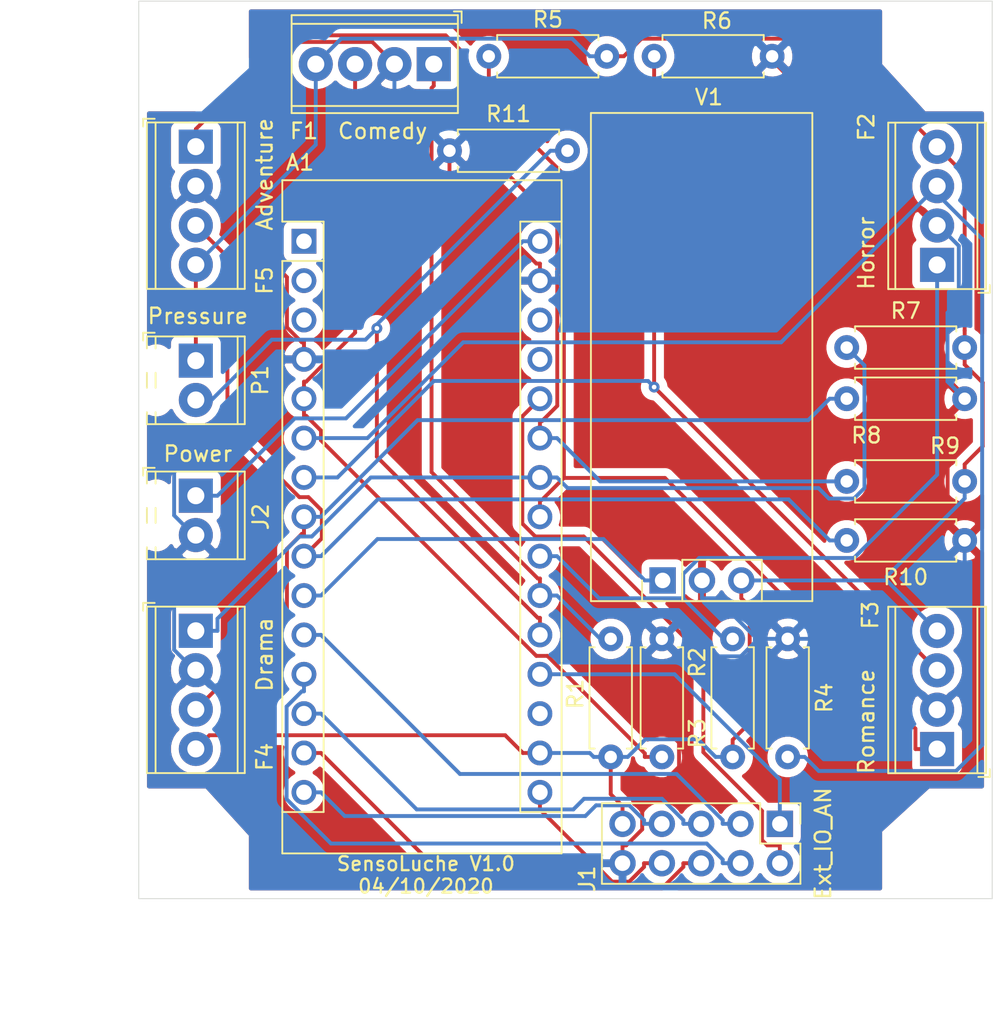
<source format=kicad_pcb>
(kicad_pcb (version 20171130) (host pcbnew "(5.1.6)-1")
  (title_block (title "SensoLuche V1.0") (date 2020-10-04) (rev A) (comment 1 "Oscar Alvarado & César J. Lockhart de la Rosa") (comment 2 "Desgined by:"))
  (layers (0 F.Cu signal) (31 B.Cu signal) (34 B.Paste user) (35 F.Paste user) (36 B.SilkS user) (37 F.SilkS user) (38 B.Mask user) (39 F.Mask user) (44 Edge.Cuts user))
  (net 0 "")
  (net 1 /D13)
  (net 2 /D12)
  (net 3 +VDC)
  (net 4 /D11)
  (net 5 GND)
  (net 6 /D10)
  (net 7 "Net-(A1-Pad28)")
  (net 8 /D9)
  (net 9 "Net-(A1-Pad27)")
  (net 10 /D8)
  (net 11 /A7)
  (net 12 /D_Vibration)
  (net 13 /A_Adventure)
  (net 14 /D_Adventure)
  (net 15 /A_Drama)
  (net 16 /D_Drama)
  (net 17 /A_Romance)
  (net 18 /D_Romance)
  (net 19 /A_Horror)
  (net 20 /D_Horror)
  (net 21 /A_Comedy)
  (net 22 /D_Comedy)
  (net 23 /A_Pressure)
  (net 24 /A0)
  (net 25 "Net-(A1-Pad3)")
  (net 26 "Net-(A1-Pad18)")
  (net 27 "Net-(A1-Pad2)")
  (net 28 +3V3)
  (net 29 "Net-(A1-Pad1)")
  (module MountingHole:MountingHole_3.2mm_M3 (layer F.Cu) (at 172.212 123.698)
    (fp_text reference H_RB hide)
    (fp_text value MountingHole_3.2mm_M3)
    (pad 1 np_thru_hole circle (at 0 0) (size 3.2 3.2) (drill 3.2) (layers *.Cu *.Mask))
  )
  (module MountingHole:MountingHole_3.2mm_M3 (layer F.Cu) (at 124.206 123.698)
    (fp_text reference H_LB hide)
    (fp_text value MountingHole_3.2mm_M3)
    (pad 1 np_thru_hole circle (at 0 0) (size 3.2 3.2) (drill 3.2) (layers *.Cu *.Mask))
  )
  (module MountingHole:MountingHole_3.2mm_M3 (layer F.Cu) (at 171.958 72.898)
    (fp_text reference H_RT hide)
    (fp_text value MountingHole_3.2mm_M3)
    (pad 1 np_thru_hole circle (at 0 0) (size 3.2 3.2) (drill 3.2) (layers *.Cu *.Mask))
  )
  (module MountingHole:MountingHole_3.2mm_M3 (layer F.Cu) (at 124.206 72.898)
    (fp_text reference H_LT hide)
    (fp_text value MountingHole_3.2mm_M3)
    (pad 1 np_thru_hole circle (at 0 0) (size 3.2 3.2) (drill 3.2) (layers *.Cu *.Mask))
  )
  (module Resistor_THT:R_Axial_DIN0207_L6.3mm_D2.5mm_P7.62mm_Horizontal (layer F.Cu) (at 162.56 110.49 270)
    (fp_text reference R4 (at 3.81 -2.37 90) (layer F.SilkS))
    (fp_text value 100K)
    (pad 2 thru_hole oval (at 7.62 0 270) (size 1.6 1.6) (drill 0.8) (layers *.Cu *.Mask) (net 20 /D_Horror))
    (pad 1 thru_hole circle (at 0 0 270) (size 1.6 1.6) (drill 0.8) (layers *.Cu *.Mask) (net 5 GND))
  )
  (module Cesar_FootPrints:SW-420 (layer F.Cu) (at 149.851 76.556)
    (fp_text reference V1 (at 7.62 -1.016) (layer F.SilkS))
    (fp_text value SW-420)
    (pad 3 thru_hole oval (at 9.712 30.166 90) (size 1.7 1.7) (drill 1) (layers *.Cu *.Mask) (net 28 +3V3))
    (pad 2 thru_hole oval (at 7.172 30.166 90) (size 1.7 1.7) (drill 1) (layers *.Cu *.Mask) (net 5 GND))
    (pad 1 thru_hole rect (at 4.632 30.166 90) (size 1.7 1.7) (drill 1) (layers *.Cu *.Mask) (net 12 /D_Vibration))
  )
  (module Resistor_THT:R_Axial_DIN0207_L6.3mm_D2.5mm_P7.62mm_Horizontal (layer F.Cu) (at 140.716 78.994)
    (fp_text reference R11 (at 3.81 -2.37) (layer F.SilkS))
    (fp_text value 100K)
    (pad 2 thru_hole oval (at 7.62 0) (size 1.6 1.6) (drill 0.8) (layers *.Cu *.Mask) (net 23 /A_Pressure))
    (pad 1 thru_hole circle (at 0 0) (size 1.6 1.6) (drill 0.8) (layers *.Cu *.Mask) (net 5 GND))
  )
  (module Resistor_THT:R_Axial_DIN0207_L6.3mm_D2.5mm_P7.62mm_Horizontal (layer F.Cu) (at 173.99 104.14 180)
    (fp_text reference R10 (at 3.81 -2.37) (layer F.SilkS))
    (fp_text value 100K)
    (pad 2 thru_hole oval (at 7.62 0 180) (size 1.6 1.6) (drill 0.8) (layers *.Cu *.Mask) (net 14 /D_Adventure))
    (pad 1 thru_hole circle (at 0 0 180) (size 1.6 1.6) (drill 0.8) (layers *.Cu *.Mask) (net 5 GND))
  )
  (module Resistor_THT:R_Axial_DIN0207_L6.3mm_D2.5mm_P7.62mm_Horizontal (layer F.Cu) (at 166.37 100.33)
    (fp_text reference R9 (at 6.35 -2.286) (layer F.SilkS))
    (fp_text value 22K)
    (pad 2 thru_hole oval (at 7.62 0) (size 1.6 1.6) (drill 0.8) (layers *.Cu *.Mask) (net 28 +3V3))
    (pad 1 thru_hole circle (at 0 0) (size 1.6 1.6) (drill 0.8) (layers *.Cu *.Mask) (net 13 /A_Adventure))
  )
  (module Resistor_THT:R_Axial_DIN0207_L6.3mm_D2.5mm_P7.62mm_Horizontal (layer F.Cu) (at 173.99 94.996 180)
    (fp_text reference R8 (at 6.35 -2.37) (layer F.SilkS))
    (fp_text value 100K)
    (pad 2 thru_hole oval (at 7.62 0 180) (size 1.6 1.6) (drill 0.8) (layers *.Cu *.Mask) (net 16 /D_Drama))
    (pad 1 thru_hole circle (at 0 0 180) (size 1.6 1.6) (drill 0.8) (layers *.Cu *.Mask) (net 5 GND))
  )
  (module Resistor_THT:R_Axial_DIN0207_L6.3mm_D2.5mm_P7.62mm_Horizontal (layer F.Cu) (at 166.37 91.694)
    (fp_text reference R7 (at 3.81 -2.37) (layer F.SilkS))
    (fp_text value 22K)
    (pad 2 thru_hole oval (at 7.62 0) (size 1.6 1.6) (drill 0.8) (layers *.Cu *.Mask) (net 28 +3V3))
    (pad 1 thru_hole circle (at 0 0) (size 1.6 1.6) (drill 0.8) (layers *.Cu *.Mask) (net 15 /A_Drama))
  )
  (module Resistor_THT:R_Axial_DIN0207_L6.3mm_D2.5mm_P7.62mm_Horizontal (layer F.Cu) (at 161.554 72.898 180)
    (fp_text reference R6 (at 3.566 2.286) (layer F.SilkS))
    (fp_text value 100K)
    (pad 2 thru_hole oval (at 7.62 0 180) (size 1.6 1.6) (drill 0.8) (layers *.Cu *.Mask) (net 18 /D_Romance))
    (pad 1 thru_hole circle (at 0 0 180) (size 1.6 1.6) (drill 0.8) (layers *.Cu *.Mask) (net 5 GND))
  )
  (module Resistor_THT:R_Axial_DIN0207_L6.3mm_D2.5mm_P7.62mm_Horizontal (layer F.Cu) (at 143.256 72.898)
    (fp_text reference R5 (at 3.81 -2.37) (layer F.SilkS))
    (fp_text value 22K)
    (pad 2 thru_hole oval (at 7.62 0) (size 1.6 1.6) (drill 0.8) (layers *.Cu *.Mask) (net 28 +3V3))
    (pad 1 thru_hole circle (at 0 0) (size 1.6 1.6) (drill 0.8) (layers *.Cu *.Mask) (net 17 /A_Romance))
  )
  (module Resistor_THT:R_Axial_DIN0207_L6.3mm_D2.5mm_P7.62mm_Horizontal (layer F.Cu) (at 159.004 110.49 270)
    (fp_text reference R3 (at 6.096 2.286 90) (layer F.SilkS))
    (fp_text value 22K)
    (pad 2 thru_hole oval (at 7.62 0 270) (size 1.6 1.6) (drill 0.8) (layers *.Cu *.Mask) (net 28 +3V3))
    (pad 1 thru_hole circle (at 0 0 270) (size 1.6 1.6) (drill 0.8) (layers *.Cu *.Mask) (net 19 /A_Horror))
  )
  (module Resistor_THT:R_Axial_DIN0207_L6.3mm_D2.5mm_P7.62mm_Horizontal (layer F.Cu) (at 154.432 110.49 270)
    (fp_text reference R2 (at 1.524 -2.286 90) (layer F.SilkS))
    (fp_text value 100K)
    (pad 2 thru_hole oval (at 7.62 0 270) (size 1.6 1.6) (drill 0.8) (layers *.Cu *.Mask) (net 22 /D_Comedy))
    (pad 1 thru_hole circle (at 0 0 270) (size 1.6 1.6) (drill 0.8) (layers *.Cu *.Mask) (net 5 GND))
  )
  (module Resistor_THT:R_Axial_DIN0207_L6.3mm_D2.5mm_P7.62mm_Horizontal (layer F.Cu) (at 151.13 110.49 270)
    (fp_text reference R1 (at 3.556 2.286 90) (layer F.SilkS))
    (fp_text value 22K)
    (pad 2 thru_hole oval (at 7.62 0 270) (size 1.6 1.6) (drill 0.8) (layers *.Cu *.Mask) (net 28 +3V3))
    (pad 1 thru_hole circle (at 0 0 270) (size 1.6 1.6) (drill 0.8) (layers *.Cu *.Mask) (net 21 /A_Comedy))
  )
  (module TerminalBlock_Phoenix:TerminalBlock_Phoenix_MPT-0,5-2-2.54_1x02_P2.54mm_Horizontal (layer F.Cu) (at 124.333 92.5373 270)
    (fp_text reference P1 (at 1.27 -4.16 90) (layer F.SilkS))
    (fp_text value FSR402_Pressure)
    (pad "" np_thru_hole circle (at 2.54 2.54 270) (size 1.1 1.1) (drill 1.1) (layers *.Cu *.Mask))
    (pad 2 thru_hole circle (at 2.54 0 270) (size 2.2 2.2) (drill 1.1) (layers *.Cu *.Mask) (net 23 /A_Pressure))
    (pad "" np_thru_hole circle (at 0 2.54 270) (size 1.1 1.1) (drill 1.1) (layers *.Cu *.Mask))
    (pad 1 thru_hole rect (at 0 0 270) (size 2.2 2.2) (drill 1.1) (layers *.Cu *.Mask) (net 28 +3V3))
  )
  (module TerminalBlock_Phoenix:TerminalBlock_Phoenix_MPT-0,5-2-2.54_1x02_P2.54mm_Horizontal (layer F.Cu) (at 124.333 101.2547 270)
    (fp_text reference J2 (at 1.361334 -4.191 90) (layer F.SilkS))
    (fp_text value TB_2)
    (pad "" np_thru_hole circle (at 2.54 2.54 270) (size 1.1 1.1) (drill 1.1) (layers *.Cu *.Mask))
    (pad 2 thru_hole circle (at 2.54 0 270) (size 2.2 2.2) (drill 1.1) (layers *.Cu *.Mask) (net 5 GND))
    (pad "" np_thru_hole circle (at 0 2.54 270) (size 1.1 1.1) (drill 1.1) (layers *.Cu *.Mask))
    (pad 1 thru_hole rect (at 0 0 270) (size 2.2 2.2) (drill 1.1) (layers *.Cu *.Mask) (net 3 +VDC))
  )
  (module Connector_PinHeader_2.54mm:PinHeader_2x05_P2.54mm_Vertical (layer F.Cu) (at 162.052 122.428 270)
    (fp_text reference J1 (at 3.556 12.446 90) (layer F.SilkS))
    (fp_text value EXT_IO_AN)
    (pad 10 thru_hole oval (at 2.54 10.16 270) (size 1.7 1.7) (drill 1) (layers *.Cu *.Mask) (net 5 GND))
    (pad 9 thru_hole oval (at 0 10.16 270) (size 1.7 1.7) (drill 1) (layers *.Cu *.Mask) (net 28 +3V3))
    (pad 8 thru_hole oval (at 2.54 7.62 270) (size 1.7 1.7) (drill 1) (layers *.Cu *.Mask) (net 1 /D13))
    (pad 7 thru_hole oval (at 0 7.62 270) (size 1.7 1.7) (drill 1) (layers *.Cu *.Mask) (net 2 /D12))
    (pad 6 thru_hole oval (at 2.54 5.08 270) (size 1.7 1.7) (drill 1) (layers *.Cu *.Mask) (net 4 /D11))
    (pad 5 thru_hole oval (at 0 5.08 270) (size 1.7 1.7) (drill 1) (layers *.Cu *.Mask) (net 6 /D10))
    (pad 4 thru_hole oval (at 2.54 2.54 270) (size 1.7 1.7) (drill 1) (layers *.Cu *.Mask) (net 8 /D9))
    (pad 3 thru_hole oval (at 0 2.54 270) (size 1.7 1.7) (drill 1) (layers *.Cu *.Mask) (net 10 /D8))
    (pad 2 thru_hole oval (at 2.54 0 270) (size 1.7 1.7) (drill 1) (layers *.Cu *.Mask) (net 11 /A7))
    (pad 1 thru_hole rect (at 0 0 270) (size 1.7 1.7) (drill 1) (layers *.Cu *.Mask) (net 24 /A0))
  )
  (module TerminalBlock_Phoenix:TerminalBlock_Phoenix_MPT-0,5-4-2.54_1x04_P2.54mm_Horizontal (layer F.Cu) (at 124.333 78.73 270)
    (fp_text reference F5 (at 8.646 -4.445 90) (layer F.SilkS))
    (fp_text value Flex_Adventure)
    (pad 4 thru_hole circle (at 7.62 0 270) (size 2.2 2.2) (drill 1.1) (layers *.Cu *.Mask) (net 28 +3V3))
    (pad 3 thru_hole circle (at 5.08 0 270) (size 2.2 2.2) (drill 1.1) (layers *.Cu *.Mask) (net 14 /D_Adventure))
    (pad 2 thru_hole circle (at 2.54 0 270) (size 2.2 2.2) (drill 1.1) (layers *.Cu *.Mask) (net 5 GND))
    (pad 1 thru_hole rect (at 0 0 270) (size 2.2 2.2) (drill 1.1) (layers *.Cu *.Mask) (net 13 /A_Adventure))
  )
  (module TerminalBlock_Phoenix:TerminalBlock_Phoenix_MPT-0,5-4-2.54_1x04_P2.54mm_Horizontal (layer F.Cu) (at 124.333 109.972 270)
    (fp_text reference F4 (at 8.138 -4.445 90) (layer F.SilkS))
    (fp_text value Flex_Drama)
    (pad 4 thru_hole circle (at 7.62 0 270) (size 2.2 2.2) (drill 1.1) (layers *.Cu *.Mask) (net 28 +3V3))
    (pad 3 thru_hole circle (at 5.08 0 270) (size 2.2 2.2) (drill 1.1) (layers *.Cu *.Mask) (net 16 /D_Drama))
    (pad 2 thru_hole circle (at 2.54 0 270) (size 2.2 2.2) (drill 1.1) (layers *.Cu *.Mask) (net 5 GND))
    (pad 1 thru_hole rect (at 0 0 270) (size 2.2 2.2) (drill 1.1) (layers *.Cu *.Mask) (net 15 /A_Drama))
  )
  (module TerminalBlock_Phoenix:TerminalBlock_Phoenix_MPT-0,5-4-2.54_1x04_P2.54mm_Horizontal (layer F.Cu) (at 172.212 117.602 90)
    (fp_text reference F3 (at 8.636 -4.318 90) (layer F.SilkS))
    (fp_text value Flex_Romance)
    (pad 4 thru_hole circle (at 7.62 0 90) (size 2.2 2.2) (drill 1.1) (layers *.Cu *.Mask) (net 28 +3V3))
    (pad 3 thru_hole circle (at 5.08 0 90) (size 2.2 2.2) (drill 1.1) (layers *.Cu *.Mask) (net 18 /D_Romance))
    (pad 2 thru_hole circle (at 2.54 0 90) (size 2.2 2.2) (drill 1.1) (layers *.Cu *.Mask) (net 5 GND))
    (pad 1 thru_hole rect (at 0 0 90) (size 2.2 2.2) (drill 1.1) (layers *.Cu *.Mask) (net 17 /A_Romance))
  )
  (module TerminalBlock_Phoenix:TerminalBlock_Phoenix_MPT-0,5-4-2.54_1x04_P2.54mm_Horizontal (layer F.Cu) (at 172.212 86.36 90)
    (fp_text reference F2 (at 8.89 -4.572 90) (layer F.SilkS))
    (fp_text value Flex_Horror)
    (pad 4 thru_hole circle (at 7.62 0 90) (size 2.2 2.2) (drill 1.1) (layers *.Cu *.Mask) (net 28 +3V3))
    (pad 3 thru_hole circle (at 5.08 0 90) (size 2.2 2.2) (drill 1.1) (layers *.Cu *.Mask) (net 20 /D_Horror))
    (pad 2 thru_hole circle (at 2.54 0 90) (size 2.2 2.2) (drill 1.1) (layers *.Cu *.Mask) (net 5 GND))
    (pad 1 thru_hole rect (at 0 0 90) (size 2.2 2.2) (drill 1.1) (layers *.Cu *.Mask) (net 19 /A_Horror))
  )
  (module TerminalBlock_Phoenix:TerminalBlock_Phoenix_MPT-0,5-4-2.54_1x04_P2.54mm_Horizontal (layer F.Cu) (at 139.7 73.406 180)
    (fp_text reference F1 (at 8.382 -4.318) (layer F.SilkS))
    (fp_text value Flex_Comedy)
    (pad 4 thru_hole circle (at 7.62 0 180) (size 2.2 2.2) (drill 1.1) (layers *.Cu *.Mask) (net 28 +3V3))
    (pad 3 thru_hole circle (at 5.08 0 180) (size 2.2 2.2) (drill 1.1) (layers *.Cu *.Mask) (net 22 /D_Comedy))
    (pad 2 thru_hole circle (at 2.54 0 180) (size 2.2 2.2) (drill 1.1) (layers *.Cu *.Mask) (net 5 GND))
    (pad 1 thru_hole rect (at 0 0 180) (size 2.2 2.2) (drill 1.1) (layers *.Cu *.Mask) (net 21 /A_Comedy))
  )
  (module Module:Arduino_Nano (layer F.Cu) (at 131.318 84.836)
    (fp_text reference A1 (at -0.254 -5.08) (layer F.SilkS))
    (fp_text value Arduino_Nano_33_BLE)
    (pad 16 thru_hole oval (at 15.24 35.56) (size 1.6 1.6) (drill 1) (layers *.Cu *.Mask) (net 1 /D13))
    (pad 15 thru_hole oval (at 0 35.56) (size 1.6 1.6) (drill 1) (layers *.Cu *.Mask) (net 2 /D12))
    (pad 30 thru_hole oval (at 15.24 0) (size 1.6 1.6) (drill 1) (layers *.Cu *.Mask) (net 3 +VDC))
    (pad 14 thru_hole oval (at 0 33.02) (size 1.6 1.6) (drill 1) (layers *.Cu *.Mask) (net 4 /D11))
    (pad 29 thru_hole oval (at 15.24 2.54) (size 1.6 1.6) (drill 1) (layers *.Cu *.Mask) (net 5 GND))
    (pad 13 thru_hole oval (at 0 30.48) (size 1.6 1.6) (drill 1) (layers *.Cu *.Mask) (net 6 /D10))
    (pad 28 thru_hole oval (at 15.24 5.08) (size 1.6 1.6) (drill 1) (layers *.Cu *.Mask) (net 7 "Net-(A1-Pad28)"))
    (pad 12 thru_hole oval (at 0 27.94) (size 1.6 1.6) (drill 1) (layers *.Cu *.Mask) (net 8 /D9))
    (pad 27 thru_hole oval (at 15.24 7.62) (size 1.6 1.6) (drill 1) (layers *.Cu *.Mask) (net 9 "Net-(A1-Pad27)"))
    (pad 11 thru_hole oval (at 0 25.4) (size 1.6 1.6) (drill 1) (layers *.Cu *.Mask) (net 10 /D8))
    (pad 26 thru_hole oval (at 15.24 10.16) (size 1.6 1.6) (drill 1) (layers *.Cu *.Mask) (net 11 /A7))
    (pad 10 thru_hole oval (at 0 22.86) (size 1.6 1.6) (drill 1) (layers *.Cu *.Mask) (net 12 /D_Vibration))
    (pad 25 thru_hole oval (at 15.24 12.7) (size 1.6 1.6) (drill 1) (layers *.Cu *.Mask) (net 13 /A_Adventure))
    (pad 9 thru_hole oval (at 0 20.32) (size 1.6 1.6) (drill 1) (layers *.Cu *.Mask) (net 14 /D_Adventure))
    (pad 24 thru_hole oval (at 15.24 15.24) (size 1.6 1.6) (drill 1) (layers *.Cu *.Mask) (net 15 /A_Drama))
    (pad 8 thru_hole oval (at 0 17.78) (size 1.6 1.6) (drill 1) (layers *.Cu *.Mask) (net 16 /D_Drama))
    (pad 23 thru_hole oval (at 15.24 17.78) (size 1.6 1.6) (drill 1) (layers *.Cu *.Mask) (net 17 /A_Romance))
    (pad 7 thru_hole oval (at 0 15.24) (size 1.6 1.6) (drill 1) (layers *.Cu *.Mask) (net 18 /D_Romance))
    (pad 22 thru_hole oval (at 15.24 20.32) (size 1.6 1.6) (drill 1) (layers *.Cu *.Mask) (net 19 /A_Horror))
    (pad 6 thru_hole oval (at 0 12.7) (size 1.6 1.6) (drill 1) (layers *.Cu *.Mask) (net 20 /D_Horror))
    (pad 21 thru_hole oval (at 15.24 22.86) (size 1.6 1.6) (drill 1) (layers *.Cu *.Mask) (net 21 /A_Comedy))
    (pad 5 thru_hole oval (at 0 10.16) (size 1.6 1.6) (drill 1) (layers *.Cu *.Mask) (net 22 /D_Comedy))
    (pad 20 thru_hole oval (at 15.24 25.4) (size 1.6 1.6) (drill 1) (layers *.Cu *.Mask) (net 23 /A_Pressure))
    (pad 4 thru_hole oval (at 0 7.62) (size 1.6 1.6) (drill 1) (layers *.Cu *.Mask) (net 5 GND))
    (pad 19 thru_hole oval (at 15.24 27.94) (size 1.6 1.6) (drill 1) (layers *.Cu *.Mask) (net 24 /A0))
    (pad 3 thru_hole oval (at 0 5.08) (size 1.6 1.6) (drill 1) (layers *.Cu *.Mask) (net 25 "Net-(A1-Pad3)"))
    (pad 18 thru_hole oval (at 15.24 30.48) (size 1.6 1.6) (drill 1) (layers *.Cu *.Mask) (net 26 "Net-(A1-Pad18)"))
    (pad 2 thru_hole oval (at 0 2.54) (size 1.6 1.6) (drill 1) (layers *.Cu *.Mask) (net 27 "Net-(A1-Pad2)"))
    (pad 17 thru_hole oval (at 15.24 33.02) (size 1.6 1.6) (drill 1) (layers *.Cu *.Mask) (net 28 +3V3))
    (pad 1 thru_hole rect (at 0 0) (size 1.6 1.6) (drill 1) (layers *.Cu *.Mask) (net 29 "Net-(A1-Pad1)"))
  )
  (gr_text "SensoLuche V1.0\n04/10/2020" (at 139.192 125.73) (layer F.SilkS) (effects (font (size 0.9 0.9))))
  (gr_text Comedy (at 136.398 77.724) (layer F.SilkS) (effects (font (size 1 1))))
  (gr_text Ext_IO_AN (at 164.846 123.698 90) (layer F.SilkS) (effects (font (size 1 1))))
  (gr_text Horror (at 167.64 85.598 90) (layer F.SilkS) (effects (font (size 1 1))))
  (gr_text Romance (at 167.64 115.824 90) (layer F.SilkS) (effects (font (size 1 1))))
  (gr_text Adventure (at 128.778 80.518 90) (layer F.SilkS) (effects (font (size 1 1))))
  (gr_text Pressure (at 124.46 89.662) (layer F.SilkS) (effects (font (size 1 1))))
  (gr_text Power (at 124.46 98.552) (layer F.SilkS) (effects (font (size 1 1))))
  (gr_text Drama (at 128.778 111.506 90) (layer F.SilkS) (effects (font (size 1 1))))
  (gr_line (start 120.65 127.254) (end 120.65 69.342) (layer Edge.Cuts) (width 0.05))
  (gr_line (start 175.768 127.254) (end 120.65 127.254) (layer Edge.Cuts) (width 0.05))
  (gr_line (start 175.768 69.342) (end 175.768 127.254) (layer Edge.Cuts) (width 0.05))
  (gr_line (start 120.65 69.342) (end 175.768 69.342) (layer Edge.Cuts) (width 0.05))
  (segment (start 154.432 124.968) (end 153.2817 124.968) (width 0.25) (layer F.Cu) (net 1))
  (segment (start 146.558 120.396) (end 146.558 121.4963) (width 0.25) (layer F.Cu) (net 1))
  (segment (start 146.558 121.4963) (end 151.222 126.1603) (width 0.25) (layer F.Cu) (net 1))
  (segment (start 151.222 126.1603) (end 152.3277 126.1603) (width 0.25) (layer F.Cu) (net 1))
  (segment (start 152.3277 126.1603) (end 153.2817 125.2063) (width 0.25) (layer F.Cu) (net 1))
  (segment (start 153.2817 125.2063) (end 153.2817 124.968) (width 0.25) (layer F.Cu) (net 1))
  (segment (start 154.432 122.428) (end 153.2817 122.428) (width 0.25) (layer B.Cu) (net 2))
  (segment (start 131.318 120.396) (end 132.4183 120.396) (width 0.25) (layer B.Cu) (net 2))
  (segment (start 132.4183 120.396) (end 133.946 121.9237) (width 0.25) (layer B.Cu) (net 2))
  (segment (start 133.946 121.9237) (end 149.4935 121.9237) (width 0.25) (layer B.Cu) (net 2))
  (segment (start 149.4935 121.9237) (end 150.183 121.2342) (width 0.25) (layer B.Cu) (net 2))
  (segment (start 150.183 121.2342) (end 152.3262 121.2342) (width 0.25) (layer B.Cu) (net 2))
  (segment (start 152.3262 121.2342) (end 153.2817 122.1897) (width 0.25) (layer B.Cu) (net 2))
  (segment (start 153.2817 122.1897) (end 153.2817 122.428) (width 0.25) (layer B.Cu) (net 2))
  (segment (start 124.333 101.2547) (end 125.7333 101.2547) (width 0.25) (layer B.Cu) (net 3))
  (segment (start 146.558 84.836) (end 145.4577 84.836) (width 0.25) (layer B.Cu) (net 3))
  (segment (start 145.4577 84.836) (end 134.0277 96.266) (width 0.25) (layer B.Cu) (net 3))
  (segment (start 134.0277 96.266) (end 130.722 96.266) (width 0.25) (layer B.Cu) (net 3))
  (segment (start 130.722 96.266) (end 125.7333 101.2547) (width 0.25) (layer B.Cu) (net 3))
  (segment (start 156.972 124.968) (end 155.8217 124.968) (width 0.25) (layer F.Cu) (net 4))
  (segment (start 131.318 117.856) (end 132.4183 117.856) (width 0.25) (layer F.Cu) (net 4))
  (segment (start 132.4183 117.856) (end 141.1568 126.5945) (width 0.25) (layer F.Cu) (net 4))
  (segment (start 141.1568 126.5945) (end 154.4335 126.5945) (width 0.25) (layer F.Cu) (net 4))
  (segment (start 154.4335 126.5945) (end 155.8217 125.2063) (width 0.25) (layer F.Cu) (net 4))
  (segment (start 155.8217 125.2063) (end 155.8217 124.968) (width 0.25) (layer F.Cu) (net 4))
  (segment (start 173.99 94.996) (end 172.8892 96.0968) (width 0.25) (layer F.Cu) (net 5))
  (segment (start 172.8892 96.0968) (end 172.8892 103.0392) (width 0.25) (layer F.Cu) (net 5))
  (segment (start 172.8892 103.0392) (end 173.99 104.14) (width 0.25) (layer F.Cu) (net 5))
  (segment (start 172.212 83.82) (end 172.2997 83.82) (width 0.25) (layer B.Cu) (net 5))
  (segment (start 172.2997 83.82) (end 173.6124 85.1327) (width 0.25) (layer B.Cu) (net 5))
  (segment (start 173.6124 85.1327) (end 173.6124 88.7141) (width 0.25) (layer B.Cu) (net 5))
  (segment (start 173.6124 88.7141) (end 172.8811 89.4454) (width 0.25) (layer B.Cu) (net 5))
  (segment (start 172.8811 89.4454) (end 172.8811 93.8871) (width 0.25) (layer B.Cu) (net 5))
  (segment (start 172.8811 93.8871) (end 173.99 94.996) (width 0.25) (layer B.Cu) (net 5))
  (segment (start 146.558 87.376) (end 146.558 86.2757) (width 0.25) (layer F.Cu) (net 5))
  (segment (start 140.716 78.994) (end 140.716 80.6617) (width 0.25) (layer F.Cu) (net 5))
  (segment (start 140.716 80.6617) (end 146.33 86.2757) (width 0.25) (layer F.Cu) (net 5))
  (segment (start 146.33 86.2757) (end 146.558 86.2757) (width 0.25) (layer F.Cu) (net 5))
  (segment (start 172.212 115.062) (end 167.64 110.49) (width 0.25) (layer B.Cu) (net 5))
  (segment (start 167.64 110.49) (end 162.56 110.49) (width 0.25) (layer B.Cu) (net 5))
  (segment (start 173.99 104.14) (end 173.99 113.284) (width 0.25) (layer B.Cu) (net 5))
  (segment (start 173.99 113.284) (end 172.212 115.062) (width 0.25) (layer B.Cu) (net 5))
  (segment (start 146.558 87.376) (end 147.6583 87.376) (width 0.25) (layer B.Cu) (net 5))
  (segment (start 147.6583 87.376) (end 147.6583 86.7937) (width 0.25) (layer B.Cu) (net 5))
  (segment (start 147.6583 86.7937) (end 161.554 72.898) (width 0.25) (layer B.Cu) (net 5))
  (segment (start 161.554 72.898) (end 161.554 73.162) (width 0.25) (layer F.Cu) (net 5))
  (segment (start 161.554 73.162) (end 172.212 83.82) (width 0.25) (layer F.Cu) (net 5))
  (segment (start 137.16 73.406) (end 137.16 75.438) (width 0.25) (layer B.Cu) (net 5))
  (segment (start 137.16 75.438) (end 140.716 78.994) (width 0.25) (layer B.Cu) (net 5))
  (segment (start 154.432 110.49) (end 155.5418 111.5998) (width 0.25) (layer F.Cu) (net 5))
  (segment (start 155.5418 111.5998) (end 155.5418 118.745) (width 0.25) (layer F.Cu) (net 5))
  (segment (start 155.5418 118.745) (end 153.162 121.1248) (width 0.25) (layer F.Cu) (net 5))
  (segment (start 153.162 121.1248) (end 153.162 122.786) (width 0.25) (layer F.Cu) (net 5))
  (segment (start 153.162 122.786) (end 152.1303 123.8177) (width 0.25) (layer F.Cu) (net 5))
  (segment (start 152.1303 123.8177) (end 151.892 123.8177) (width 0.25) (layer F.Cu) (net 5))
  (segment (start 160.6191 110.5338) (end 160.6629 110.49) (width 0.25) (layer B.Cu) (net 5))
  (segment (start 160.6629 110.49) (end 162.56 110.49) (width 0.25) (layer B.Cu) (net 5))
  (segment (start 154.432 110.49) (end 155.5614 111.6194) (width 0.25) (layer B.Cu) (net 5))
  (segment (start 155.5614 111.6194) (end 159.5335 111.6194) (width 0.25) (layer B.Cu) (net 5))
  (segment (start 159.5335 111.6194) (end 160.6191 110.5338) (width 0.25) (layer B.Cu) (net 5))
  (segment (start 160.6191 110.5338) (end 157.9576 107.8723) (width 0.25) (layer B.Cu) (net 5))
  (segment (start 157.9576 107.8723) (end 157.023 107.8723) (width 0.25) (layer B.Cu) (net 5))
  (segment (start 157.023 106.722) (end 157.023 107.8723) (width 0.25) (layer B.Cu) (net 5))
  (segment (start 151.892 124.968) (end 151.892 123.8177) (width 0.25) (layer F.Cu) (net 5))
  (segment (start 124.2025 103.7947) (end 124.333 103.7947) (width 0.25) (layer B.Cu) (net 5))
  (segment (start 130.2177 92.456) (end 122.9326 99.7411) (width 0.25) (layer B.Cu) (net 5))
  (segment (start 122.9326 99.7411) (end 122.9326 102.5248) (width 0.25) (layer B.Cu) (net 5))
  (segment (start 122.9326 102.5248) (end 124.2025 103.7947) (width 0.25) (layer B.Cu) (net 5))
  (segment (start 124.333 112.512) (end 124.2453 112.512) (width 0.25) (layer B.Cu) (net 5))
  (segment (start 124.2453 112.512) (end 122.9326 111.1993) (width 0.25) (layer B.Cu) (net 5))
  (segment (start 122.9326 111.1993) (end 122.9326 105.0646) (width 0.25) (layer B.Cu) (net 5))
  (segment (start 122.9326 105.0646) (end 124.2025 103.7947) (width 0.25) (layer B.Cu) (net 5))
  (segment (start 131.318 92.456) (end 130.2177 92.456) (width 0.25) (layer B.Cu) (net 5))
  (segment (start 124.3894 81.3264) (end 124.333 81.27) (width 0.25) (layer F.Cu) (net 5))
  (segment (start 131.318 91.3557) (end 131.1803 91.3557) (width 0.25) (layer F.Cu) (net 5))
  (segment (start 131.1803 91.3557) (end 130.2177 90.3931) (width 0.25) (layer F.Cu) (net 5))
  (segment (start 130.2177 90.3931) (end 130.2177 87.1547) (width 0.25) (layer F.Cu) (net 5))
  (segment (start 130.2177 87.1547) (end 124.3894 81.3264) (width 0.25) (layer F.Cu) (net 5))
  (segment (start 131.318 92.456) (end 131.318 91.3557) (width 0.25) (layer F.Cu) (net 5))
  (segment (start 130.9705 71.9755) (end 130.6796 72.2664) (width 0.25) (layer F.Cu) (net 5))
  (segment (start 137.16 73.406) (end 135.7295 71.9755) (width 0.25) (layer F.Cu) (net 5))
  (segment (start 135.7295 71.9755) (end 130.9705 71.9755) (width 0.25) (layer F.Cu) (net 5))
  (segment (start 155.8217 122.428) (end 155.8217 122.1897) (width 0.25) (layer B.Cu) (net 6))
  (segment (start 155.8217 122.1897) (end 154.4408 120.8088) (width 0.25) (layer B.Cu) (net 6))
  (segment (start 154.4408 120.8088) (end 149.4054 120.8088) (width 0.25) (layer B.Cu) (net 6))
  (segment (start 149.4054 120.8088) (end 148.7159 121.4983) (width 0.25) (layer B.Cu) (net 6))
  (segment (start 148.7159 121.4983) (end 138.6006 121.4983) (width 0.25) (layer B.Cu) (net 6))
  (segment (start 138.6006 121.4983) (end 132.4183 115.316) (width 0.25) (layer B.Cu) (net 6))
  (segment (start 156.972 122.428) (end 155.8217 122.428) (width 0.25) (layer B.Cu) (net 6))
  (segment (start 131.318 115.316) (end 132.4183 115.316) (width 0.25) (layer B.Cu) (net 6))
  (segment (start 159.512 124.968) (end 158.3617 124.968) (width 0.25) (layer B.Cu) (net 8))
  (segment (start 131.318 112.776) (end 131.318 113.8763) (width 0.25) (layer B.Cu) (net 8))
  (segment (start 131.318 113.8763) (end 131.1805 113.8763) (width 0.25) (layer B.Cu) (net 8))
  (segment (start 131.1805 113.8763) (end 130.1952 114.8616) (width 0.25) (layer B.Cu) (net 8))
  (segment (start 130.1952 114.8616) (end 130.1952 120.8317) (width 0.25) (layer B.Cu) (net 8))
  (segment (start 130.1952 120.8317) (end 133.0615 123.698) (width 0.25) (layer B.Cu) (net 8))
  (segment (start 133.0615 123.698) (end 157.33 123.698) (width 0.25) (layer B.Cu) (net 8))
  (segment (start 157.33 123.698) (end 158.3617 124.7297) (width 0.25) (layer B.Cu) (net 8))
  (segment (start 158.3617 124.7297) (end 158.3617 124.968) (width 0.25) (layer B.Cu) (net 8))
  (segment (start 159.512 122.428) (end 158.3617 122.428) (width 0.25) (layer B.Cu) (net 10))
  (segment (start 131.318 110.236) (end 132.4183 110.236) (width 0.25) (layer B.Cu) (net 10))
  (segment (start 132.4183 110.236) (end 141.3927 119.2104) (width 0.25) (layer B.Cu) (net 10))
  (segment (start 141.3927 119.2104) (end 155.3824 119.2104) (width 0.25) (layer B.Cu) (net 10))
  (segment (start 155.3824 119.2104) (end 158.3617 122.1897) (width 0.25) (layer B.Cu) (net 10))
  (segment (start 158.3617 122.1897) (end 158.3617 122.428) (width 0.25) (layer B.Cu) (net 10))
  (segment (start 162.052 124.968) (end 162.052 123.8177) (width 0.25) (layer F.Cu) (net 11))
  (segment (start 146.558 94.996) (end 145.4212 96.1328) (width 0.25) (layer F.Cu) (net 11))
  (segment (start 145.4212 96.1328) (end 145.4212 103.0516) (width 0.25) (layer F.Cu) (net 11))
  (segment (start 145.4212 103.0516) (end 146.2556 103.886) (width 0.25) (layer F.Cu) (net 11))
  (segment (start 146.2556 103.886) (end 149.3842 103.886) (width 0.25) (layer F.Cu) (net 11))
  (segment (start 149.3842 103.886) (end 157.1131 111.6149) (width 0.25) (layer F.Cu) (net 11))
  (segment (start 157.1131 111.6149) (end 157.1131 117.806) (width 0.25) (layer F.Cu) (net 11))
  (segment (start 157.1131 117.806) (end 160.9016 121.5945) (width 0.25) (layer F.Cu) (net 11))
  (segment (start 160.9016 121.5945) (end 160.9016 123.4808) (width 0.25) (layer F.Cu) (net 11))
  (segment (start 160.9016 123.4808) (end 161.2385 123.8177) (width 0.25) (layer F.Cu) (net 11))
  (segment (start 161.2385 123.8177) (end 162.052 123.8177) (width 0.25) (layer F.Cu) (net 11))
  (segment (start 154.483 106.722) (end 153.3327 106.722) (width 0.25) (layer B.Cu) (net 12))
  (segment (start 131.318 107.696) (end 132.4183 107.696) (width 0.25) (layer B.Cu) (net 12))
  (segment (start 132.4183 107.696) (end 136.0646 104.0497) (width 0.25) (layer B.Cu) (net 12))
  (segment (start 136.0646 104.0497) (end 150.6604 104.0497) (width 0.25) (layer B.Cu) (net 12))
  (segment (start 150.6604 104.0497) (end 153.3327 106.722) (width 0.25) (layer B.Cu) (net 12))
  (segment (start 146.558 97.536) (end 147.6583 97.536) (width 0.25) (layer B.Cu) (net 13))
  (segment (start 166.37 100.33) (end 150.4523 100.33) (width 0.25) (layer B.Cu) (net 13))
  (segment (start 150.4523 100.33) (end 147.6583 97.536) (width 0.25) (layer B.Cu) (net 13))
  (segment (start 146.558 96.4357) (end 146.558 97.536) (width 0.25) (layer F.Cu) (net 13))
  (segment (start 146.6955 96.4357) (end 146.558 96.4357) (width 0.25) (layer F.Cu) (net 13))
  (segment (start 147.6784 83.7207) (end 147.6784 95.4528) (width 0.25) (layer F.Cu) (net 13))
  (segment (start 124.333 77.597) (end 130.3824 71.5476) (width 0.25) (layer F.Cu) (net 13))
  (segment (start 130.3824 71.5476) (end 140.4714 71.5476) (width 0.25) (layer F.Cu) (net 13))
  (segment (start 140.4714 71.5476) (end 141.4811 72.5573) (width 0.25) (layer F.Cu) (net 13))
  (segment (start 147.6784 95.4528) (end 146.6955 96.4357) (width 0.25) (layer F.Cu) (net 13))
  (segment (start 141.4811 77.5234) (end 147.6784 83.7207) (width 0.25) (layer F.Cu) (net 13))
  (segment (start 124.333 78.73) (end 124.333 77.597) (width 0.25) (layer F.Cu) (net 13))
  (segment (start 141.4811 72.5573) (end 141.4811 77.5234) (width 0.25) (layer F.Cu) (net 13))
  (segment (start 166.37 104.14) (end 165.2697 104.14) (width 0.25) (layer B.Cu) (net 14))
  (segment (start 131.318 105.156) (end 132.4183 105.156) (width 0.25) (layer B.Cu) (net 14))
  (segment (start 132.4183 105.156) (end 136.0831 101.4912) (width 0.25) (layer B.Cu) (net 14))
  (segment (start 136.0831 101.4912) (end 162.6209 101.4912) (width 0.25) (layer B.Cu) (net 14))
  (segment (start 162.6209 101.4912) (end 165.2697 104.14) (width 0.25) (layer B.Cu) (net 14))
  (segment (start 131.318 105.156) (end 132.4705 104.0035) (width 0.25) (layer F.Cu) (net 14))
  (segment (start 132.4705 104.0035) (end 132.4705 102.2121) (width 0.25) (layer F.Cu) (net 14))
  (segment (start 132.4705 102.2121) (end 131.6044 101.346) (width 0.25) (layer F.Cu) (net 14))
  (segment (start 131.6044 101.346) (end 131.0204 101.346) (width 0.25) (layer F.Cu) (net 14))
  (segment (start 131.0204 101.346) (end 126.3749 96.7005) (width 0.25) (layer F.Cu) (net 14))
  (segment (start 126.3749 96.7005) (end 126.3749 85.8519) (width 0.25) (layer F.Cu) (net 14))
  (segment (start 126.3749 85.8519) (end 124.333 83.81) (width 0.25) (layer F.Cu) (net 14))
  (segment (start 146.558 100.076) (end 147.6583 100.076) (width 0.25) (layer B.Cu) (net 15))
  (segment (start 147.6583 100.076) (end 148.3424 100.7601) (width 0.25) (layer B.Cu) (net 15))
  (segment (start 148.3424 100.7601) (end 164.5463 100.7601) (width 0.25) (layer B.Cu) (net 15))
  (segment (start 164.5463 100.7601) (end 165.2239 101.4377) (width 0.25) (layer B.Cu) (net 15))
  (segment (start 165.2239 101.4377) (end 166.841 101.4377) (width 0.25) (layer B.Cu) (net 15))
  (segment (start 166.841 101.4377) (end 167.5178 100.7609) (width 0.25) (layer B.Cu) (net 15))
  (segment (start 167.5178 100.7609) (end 167.5178 92.8418) (width 0.25) (layer B.Cu) (net 15))
  (segment (start 167.5178 92.8418) (end 166.37 91.694) (width 0.25) (layer B.Cu) (net 15))
  (segment (start 125.7333 109.972) (end 125.7333 109.1843) (width 0.25) (layer B.Cu) (net 15))
  (segment (start 125.7333 109.1843) (end 131.0316 103.886) (width 0.25) (layer B.Cu) (net 15))
  (segment (start 131.0316 103.886) (end 131.8232 103.886) (width 0.25) (layer B.Cu) (net 15))
  (segment (start 131.8232 103.886) (end 135.6332 100.076) (width 0.25) (layer B.Cu) (net 15))
  (segment (start 135.6332 100.076) (end 146.558 100.076) (width 0.25) (layer B.Cu) (net 15))
  (segment (start 124.333 109.972) (end 125.7333 109.972) (width 0.25) (layer B.Cu) (net 15))
  (segment (start 166.37 94.996) (end 165.2697 94.996) (width 0.25) (layer B.Cu) (net 16))
  (segment (start 131.318 102.616) (end 132.4183 102.616) (width 0.25) (layer B.Cu) (net 16))
  (segment (start 132.4183 102.616) (end 138.6587 96.3756) (width 0.25) (layer B.Cu) (net 16))
  (segment (start 138.6587 96.3756) (end 163.8901 96.3756) (width 0.25) (layer B.Cu) (net 16))
  (segment (start 163.8901 96.3756) (end 165.2697 94.996) (width 0.25) (layer B.Cu) (net 16))
  (segment (start 131.318 102.616) (end 131.318 103.7163) (width 0.25) (layer F.Cu) (net 16))
  (segment (start 131.318 103.7163) (end 131.1803 103.7163) (width 0.25) (layer F.Cu) (net 16))
  (segment (start 131.1803 103.7163) (end 130.2177 104.6789) (width 0.25) (layer F.Cu) (net 16))
  (segment (start 130.2177 104.6789) (end 130.2177 109.1673) (width 0.25) (layer F.Cu) (net 16))
  (segment (start 130.2177 109.1673) (end 124.333 115.052) (width 0.25) (layer F.Cu) (net 16))
  (segment (start 172.212 117.602) (end 170.8117 117.602) (width 0.25) (layer F.Cu) (net 17))
  (segment (start 148.1038 100.1074) (end 148.1038 80.5301) (width 0.25) (layer F.Cu) (net 17))
  (segment (start 148.1038 80.5301) (end 143.256 75.6823) (width 0.25) (layer F.Cu) (net 17))
  (segment (start 143.256 75.6823) (end 143.256 72.898) (width 0.25) (layer F.Cu) (net 17))
  (segment (start 146.558 101.5157) (end 146.6955 101.5157) (width 0.25) (layer F.Cu) (net 17))
  (segment (start 146.6955 101.5157) (end 148.1038 100.1074) (width 0.25) (layer F.Cu) (net 17))
  (segment (start 170.8117 117.602) (end 170.8117 116.2892) (width 0.25) (layer F.Cu) (net 17))
  (segment (start 170.8117 116.2892) (end 154.6299 100.1074) (width 0.25) (layer F.Cu) (net 17))
  (segment (start 154.6299 100.1074) (end 148.1038 100.1074) (width 0.25) (layer F.Cu) (net 17))
  (segment (start 146.558 102.616) (end 146.558 101.5157) (width 0.25) (layer F.Cu) (net 17))
  (segment (start 131.318 100.076) (end 133.484 100.076) (width 0.25) (layer B.Cu) (net 18))
  (segment (start 133.484 100.076) (end 139.711 93.849) (width 0.25) (layer B.Cu) (net 18))
  (segment (start 139.711 93.849) (end 153.539 93.849) (width 0.25) (layer B.Cu) (net 18))
  (segment (start 153.539 93.849) (end 153.934 94.244) (width 0.25) (layer B.Cu) (net 18))
  (segment (start 153.934 94.244) (end 153.934 72.898) (width 0.25) (layer F.Cu) (net 18))
  (segment (start 172.212 112.522) (end 153.934 94.244) (width 0.25) (layer F.Cu) (net 18))
  (via (at 153.934 94.244) (size 0.7) (layers F.Cu B.Cu) (net 18))
  (segment (start 155.8142 107.8724) (end 158.4318 110.49) (width 0.25) (layer B.Cu) (net 19))
  (segment (start 158.4318 110.49) (end 159.004 110.49) (width 0.25) (layer B.Cu) (net 19))
  (segment (start 172.212 86.36) (end 172.212 99.8962) (width 0.25) (layer B.Cu) (net 19))
  (segment (start 172.212 99.8962) (end 166.8361 105.2721) (width 0.25) (layer B.Cu) (net 19))
  (segment (start 166.8361 105.2721) (end 156.842 105.2721) (width 0.25) (layer B.Cu) (net 19))
  (segment (start 156.842 105.2721) (end 155.8142 106.2999) (width 0.25) (layer B.Cu) (net 19))
  (segment (start 155.8142 106.2999) (end 155.8142 107.8724) (width 0.25) (layer B.Cu) (net 19))
  (segment (start 147.6583 105.156) (end 150.3747 107.8724) (width 0.25) (layer B.Cu) (net 19))
  (segment (start 150.3747 107.8724) (end 155.8142 107.8724) (width 0.25) (layer B.Cu) (net 19))
  (segment (start 146.558 105.156) (end 147.6583 105.156) (width 0.25) (layer B.Cu) (net 19))
  (segment (start 171.9584 81.5336) (end 162.1364 91.3556) (width 0.25) (layer B.Cu) (net 20))
  (segment (start 162.1364 91.3556) (end 141.6028 91.3556) (width 0.25) (layer B.Cu) (net 20))
  (segment (start 141.6028 91.3556) (end 135.4224 97.536) (width 0.25) (layer B.Cu) (net 20))
  (segment (start 135.4224 97.536) (end 131.318 97.536) (width 0.25) (layer B.Cu) (net 20))
  (segment (start 172.212 81.28) (end 171.9584 81.5336) (width 0.25) (layer B.Cu) (net 20))
  (segment (start 171.9584 81.5336) (end 175.1195 84.6947) (width 0.25) (layer B.Cu) (net 20))
  (segment (start 175.1195 84.6947) (end 175.1195 117.3335) (width 0.25) (layer B.Cu) (net 20))
  (segment (start 175.1195 117.3335) (end 173.4356 119.0174) (width 0.25) (layer B.Cu) (net 20))
  (segment (start 173.4356 119.0174) (end 164.5677 119.0174) (width 0.25) (layer B.Cu) (net 20))
  (segment (start 164.5677 119.0174) (end 163.6603 118.11) (width 0.25) (layer B.Cu) (net 20))
  (segment (start 162.56 118.11) (end 163.6603 118.11) (width 0.25) (layer B.Cu) (net 20))
  (segment (start 146.558 107.696) (end 147.6583 107.696) (width 0.25) (layer B.Cu) (net 21))
  (segment (start 147.6583 107.696) (end 150.4523 110.49) (width 0.25) (layer B.Cu) (net 21))
  (segment (start 150.4523 110.49) (end 151.13 110.49) (width 0.25) (layer B.Cu) (net 21))
  (segment (start 139.7 73.406) (end 139.7 74.8063) (width 0.25) (layer F.Cu) (net 21))
  (segment (start 146.558 107.696) (end 146.558 106.5957) (width 0.25) (layer F.Cu) (net 21))
  (segment (start 146.558 106.5957) (end 146.4205 106.5957) (width 0.25) (layer F.Cu) (net 21))
  (segment (start 146.4205 106.5957) (end 139.5575 99.7327) (width 0.25) (layer F.Cu) (net 21))
  (segment (start 139.5575 99.7327) (end 139.5575 74.9488) (width 0.25) (layer F.Cu) (net 21))
  (segment (start 139.5575 74.9488) (end 139.7 74.8063) (width 0.25) (layer F.Cu) (net 21))
  (segment (start 131.318 94.996) (end 131.318 96.0963) (width 0.25) (layer F.Cu) (net 22))
  (segment (start 131.318 96.0963) (end 131.4557 96.0963) (width 0.25) (layer F.Cu) (net 22))
  (segment (start 131.4557 96.0963) (end 132.4183 97.0589) (width 0.25) (layer F.Cu) (net 22))
  (segment (start 132.4183 97.0589) (end 132.4183 97.6837) (width 0.25) (layer F.Cu) (net 22))
  (segment (start 132.4183 97.6837) (end 146.325 111.5904) (width 0.25) (layer F.Cu) (net 22))
  (segment (start 146.325 111.5904) (end 147.0401 111.5904) (width 0.25) (layer F.Cu) (net 22))
  (segment (start 147.0401 111.5904) (end 153.3317 117.882) (width 0.25) (layer F.Cu) (net 22))
  (segment (start 153.3317 117.882) (end 153.3317 118.11) (width 0.25) (layer F.Cu) (net 22))
  (segment (start 131.318 94.996) (end 131.318 94.4458) (width 0.25) (layer F.Cu) (net 22))
  (segment (start 154.432 118.11) (end 153.3317 118.11) (width 0.25) (layer F.Cu) (net 22))
  (segment (start 131.318 94.4458) (end 131.318 93.8957) (width 0.25) (layer F.Cu) (net 22))
  (segment (start 131.318 93.8957) (end 131.4555 93.8957) (width 0.25) (layer F.Cu) (net 22))
  (segment (start 131.4555 93.8957) (end 134.62 90.7312) (width 0.25) (layer F.Cu) (net 22))
  (segment (start 134.62 90.7312) (end 134.62 73.406) (width 0.25) (layer F.Cu) (net 22))
  (segment (start 136.0271 90.4512) (end 136.0271 90.2026) (width 0.25) (layer B.Cu) (net 23))
  (segment (start 136.0271 90.2026) (end 147.2357 78.994) (width 0.25) (layer B.Cu) (net 23))
  (segment (start 124.333 95.0773) (end 125.3478 95.0773) (width 0.25) (layer B.Cu) (net 23))
  (segment (start 125.3478 95.0773) (end 129.2391 91.186) (width 0.25) (layer B.Cu) (net 23))
  (segment (start 129.2391 91.186) (end 135.2923 91.186) (width 0.25) (layer B.Cu) (net 23))
  (segment (start 135.2923 91.186) (end 136.0271 90.4512) (width 0.25) (layer B.Cu) (net 23))
  (segment (start 146.558 109.1357) (end 146.4205 109.1357) (width 0.25) (layer F.Cu) (net 23))
  (segment (start 146.4205 109.1357) (end 136.0271 98.7423) (width 0.25) (layer F.Cu) (net 23))
  (segment (start 136.0271 98.7423) (end 136.0271 90.4512) (width 0.25) (layer F.Cu) (net 23))
  (segment (start 146.558 110.236) (end 146.558 109.1357) (width 0.25) (layer F.Cu) (net 23))
  (segment (start 148.336 78.994) (end 147.2357 78.994) (width 0.25) (layer B.Cu) (net 23))
  (via (at 136.0271 90.4512) (size 0.7) (layers F.Cu B.Cu) (net 23))
  (segment (start 146.558 112.776) (end 155.2538 112.776) (width 0.25) (layer B.Cu) (net 24))
  (segment (start 155.2538 112.776) (end 162.052 119.5742) (width 0.25) (layer B.Cu) (net 24))
  (segment (start 162.052 119.5742) (end 162.052 122.428) (width 0.25) (layer B.Cu) (net 24))
  (segment (start 150.876 72.898) (end 151.9763 72.898) (width 0.25) (layer F.Cu) (net 28))
  (segment (start 172.212 78.74) (end 165.2341 71.7621) (width 0.25) (layer F.Cu) (net 28))
  (segment (start 165.2341 71.7621) (end 153.1122 71.7621) (width 0.25) (layer F.Cu) (net 28))
  (segment (start 153.1122 71.7621) (end 151.9763 72.898) (width 0.25) (layer F.Cu) (net 28))
  (segment (start 173.99 90.5937) (end 173.99 80.518) (width 0.25) (layer F.Cu) (net 28))
  (segment (start 173.99 80.518) (end 172.212 78.74) (width 0.25) (layer F.Cu) (net 28))
  (segment (start 159.563 106.722) (end 159.563 107.8723) (width 0.25) (layer F.Cu) (net 28))
  (segment (start 159.004 118.11) (end 159.004 117.0097) (width 0.25) (layer F.Cu) (net 28))
  (segment (start 159.004 117.0097) (end 160.1061 115.9076) (width 0.25) (layer F.Cu) (net 28))
  (segment (start 160.1061 115.9076) (end 160.1061 108.4154) (width 0.25) (layer F.Cu) (net 28))
  (segment (start 160.1061 108.4154) (end 159.563 107.8723) (width 0.25) (layer F.Cu) (net 28))
  (segment (start 168.952 106.722) (end 172.212 109.982) (width 0.25) (layer B.Cu) (net 28))
  (segment (start 159.563 106.722) (end 168.952 106.722) (width 0.25) (layer B.Cu) (net 28))
  (segment (start 173.99 101.4303) (end 168.952 106.4683) (width 0.25) (layer B.Cu) (net 28))
  (segment (start 168.952 106.4683) (end 168.952 106.722) (width 0.25) (layer B.Cu) (net 28))
  (segment (start 173.99 100.33) (end 173.99 101.4303) (width 0.25) (layer B.Cu) (net 28))
  (segment (start 132.08 73.406) (end 132.08 78.603) (width 0.25) (layer B.Cu) (net 28))
  (segment (start 132.08 78.603) (end 124.333 86.35) (width 0.25) (layer B.Cu) (net 28))
  (segment (start 149.7757 72.898) (end 148.6398 71.7621) (width 0.25) (layer B.Cu) (net 28))
  (segment (start 148.6398 71.7621) (end 133.7239 71.7621) (width 0.25) (layer B.Cu) (net 28))
  (segment (start 133.7239 71.7621) (end 132.08 73.406) (width 0.25) (layer B.Cu) (net 28))
  (segment (start 146.558 117.856) (end 145.4577 117.856) (width 0.25) (layer F.Cu) (net 28))
  (segment (start 145.4577 117.856) (end 144.3134 116.7117) (width 0.25) (layer F.Cu) (net 28))
  (segment (start 144.3134 116.7117) (end 125.2133 116.7117) (width 0.25) (layer F.Cu) (net 28))
  (segment (start 125.2133 116.7117) (end 124.333 117.592) (width 0.25) (layer F.Cu) (net 28))
  (segment (start 173.99 91.694) (end 173.99 90.5937) (width 0.25) (layer F.Cu) (net 28))
  (segment (start 173.99 91.694) (end 173.99 92.7943) (width 0.25) (layer F.Cu) (net 28))
  (segment (start 173.99 100.33) (end 173.99 99.2297) (width 0.25) (layer F.Cu) (net 28))
  (segment (start 173.99 99.2297) (end 175.1555 98.0642) (width 0.25) (layer F.Cu) (net 28))
  (segment (start 175.1555 98.0642) (end 175.1555 93.9598) (width 0.25) (layer F.Cu) (net 28))
  (segment (start 175.1555 93.9598) (end 173.99 92.7943) (width 0.25) (layer F.Cu) (net 28))
  (segment (start 151.13 118.11) (end 152.2303 118.11) (width 0.25) (layer B.Cu) (net 28))
  (segment (start 159.004 118.11) (end 157.9037 118.11) (width 0.25) (layer B.Cu) (net 28))
  (segment (start 157.9037 118.11) (end 156.7656 116.9719) (width 0.25) (layer B.Cu) (net 28))
  (segment (start 156.7656 116.9719) (end 153.3684 116.9719) (width 0.25) (layer B.Cu) (net 28))
  (segment (start 153.3684 116.9719) (end 152.2303 118.11) (width 0.25) (layer B.Cu) (net 28))
  (segment (start 151.13 118.11) (end 150.0297 118.11) (width 0.25) (layer B.Cu) (net 28))
  (segment (start 146.558 117.856) (end 149.7757 117.856) (width 0.25) (layer B.Cu) (net 28))
  (segment (start 149.7757 117.856) (end 150.0297 118.11) (width 0.25) (layer B.Cu) (net 28))
  (segment (start 124.333 86.35) (end 124.333 92.5373) (width 0.25) (layer F.Cu) (net 28))
  (segment (start 151.892 122.428) (end 151.892 121.2777) (width 0.25) (layer F.Cu) (net 28))
  (segment (start 151.892 121.2777) (end 151.13 120.5157) (width 0.25) (layer F.Cu) (net 28))
  (segment (start 151.13 120.5157) (end 151.13 118.11) (width 0.25) (layer F.Cu) (net 28))
  (segment (start 150.876 72.898) (end 149.7757 72.898) (width 0.25) (layer B.Cu) (net 28))
  (zone (net 5) (net_name GND) (layer F.Cu) (connect_pads (clearance 0.508)) (min_thickness 0.254) (fill yes (arc_segments 32) (thermal_gap 0.508) (thermal_bridge_width 0.508))
    (polygon (pts (xy 175.768 127.254) (xy 120.65 127.254) (xy 120.65 69.342) (xy 175.768 69.342)))
  )
  (zone (net 0) (net_name "") (layers F&B.Cu) (connect_pads (clearance 0.6)) (min_thickness 0.254)
    (keepout (tracks not_allowed) (vias not_allowed) (copperpour not_allowed))
    (fill (arc_segments 32) (thermal_gap 0.508) (thermal_bridge_width 0.508))
    (polygon (pts (xy 175.768 127.254) (xy 168.656 127.254) (xy 168.656 122.936) (xy 171.707505 120.142) (xy 175.764496 120.142)))
  )
  (zone (net 0) (net_name "") (layers F&B.Cu) (connect_pads (clearance 0.6)) (min_thickness 0.254)
    (keepout (tracks not_allowed) (vias not_allowed) (copperpour not_allowed))
    (fill (arc_segments 32) (thermal_gap 0.508) (thermal_bridge_width 0.508))
    (polygon (pts (xy 175.768 69.342) (xy 175.768 76.454) (xy 171.45 76.454) (xy 168.656 73.402495) (xy 168.656 69.345504)))
  )
  (zone (net 0) (net_name "") (layers F&B.Cu) (connect_pads (clearance 0.6)) (min_thickness 0.254)
    (keepout (tracks not_allowed) (vias not_allowed) (copperpour not_allowed))
    (fill (arc_segments 32) (thermal_gap 0.508) (thermal_bridge_width 0.508))
    (polygon (pts (xy 120.65 69.342) (xy 127.762 69.342) (xy 127.762 73.66) (xy 124.710495 76.454) (xy 120.653504 76.454)))
  )
  (zone (net 0) (net_name "") (layers F&B.Cu) (connect_pads (clearance 0.6)) (min_thickness 0.254)
    (keepout (tracks not_allowed) (vias not_allowed) (copperpour not_allowed))
    (fill (arc_segments 32) (thermal_gap 0.508) (thermal_bridge_width 0.508))
    (polygon (pts (xy 120.65 127.254) (xy 120.65 120.142) (xy 124.968 120.142) (xy 127.762 123.193505) (xy 127.762 127.250496)))
  )
  (zone (net 5) (net_name GND) (layer B.Cu) (connect_pads (clearance 0.508)) (min_thickness 0.254) (fill yes (arc_segments 32) (thermal_gap 0.508) (thermal_bridge_width 0.508))
    (polygon (pts (xy 175.768 127.254) (xy 120.65 127.254) (xy 120.65 69.342) (xy 175.768 69.342)))
  )
)
</source>
